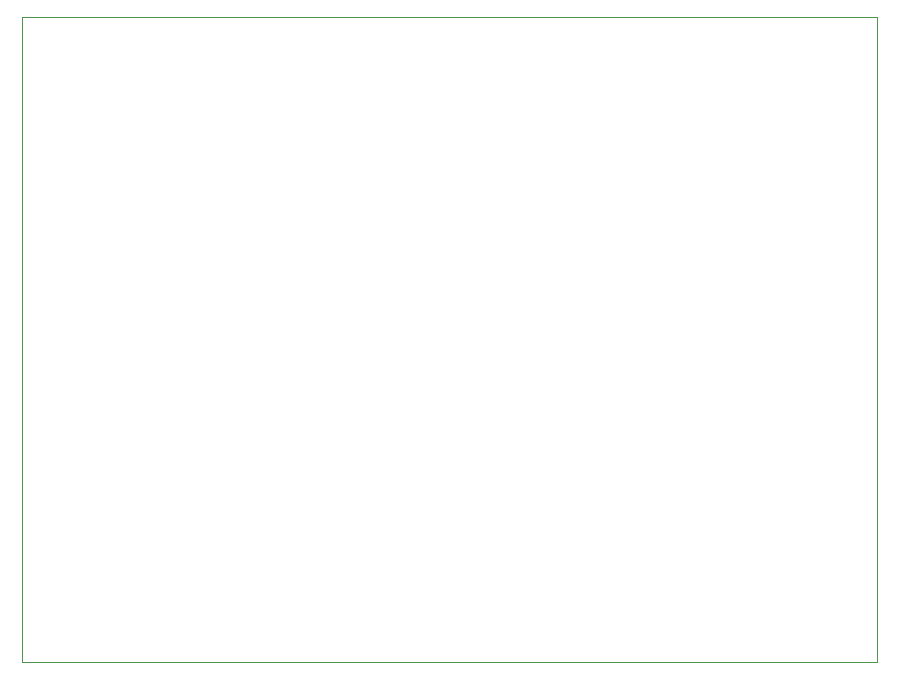
<source format=gbr>
%TF.GenerationSoftware,KiCad,Pcbnew,(5.1.12)-1*%
%TF.CreationDate,2022-01-20T18:25:14-05:00*%
%TF.ProjectId,PCB-ESP32S,5043422d-4553-4503-9332-532e6b696361,rev?*%
%TF.SameCoordinates,Original*%
%TF.FileFunction,Profile,NP*%
%FSLAX46Y46*%
G04 Gerber Fmt 4.6, Leading zero omitted, Abs format (unit mm)*
G04 Created by KiCad (PCBNEW (5.1.12)-1) date 2022-01-20 18:25:14*
%MOMM*%
%LPD*%
G01*
G04 APERTURE LIST*
%TA.AperFunction,Profile*%
%ADD10C,0.050000*%
%TD*%
G04 APERTURE END LIST*
D10*
X242570000Y-74930000D02*
X170180000Y-74930000D01*
X242570000Y-129540000D02*
X242570000Y-74930000D01*
X170180000Y-129540000D02*
X242570000Y-129540000D01*
X170180000Y-74930000D02*
X170180000Y-129540000D01*
M02*

</source>
